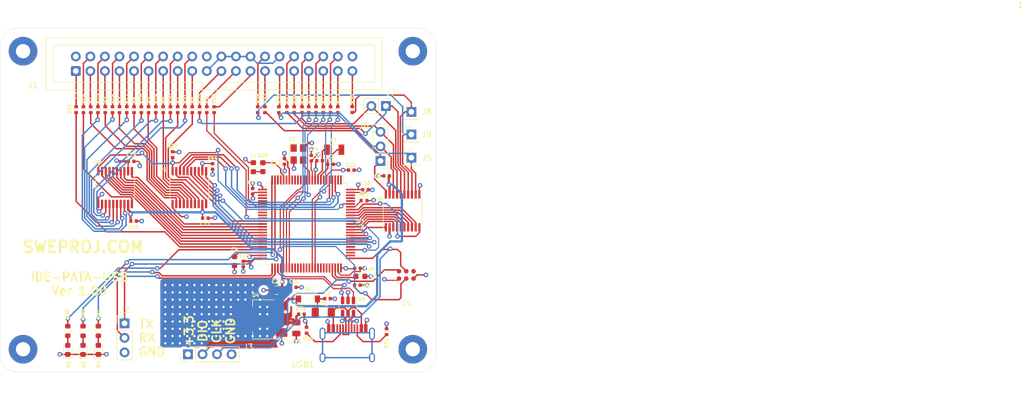
<source format=kicad_pcb>
(kicad_pcb (version 20211014) (generator pcbnew)

  (general
    (thickness 1.6)
  )

  (paper "A4")
  (title_block
    (date "2022-11-21")
  )

  (layers
    (0 "F.Cu" signal)
    (1 "In1.Cu" signal)
    (2 "In2.Cu" signal)
    (31 "B.Cu" signal)
    (32 "B.Adhes" user "B.Adhesive")
    (33 "F.Adhes" user "F.Adhesive")
    (34 "B.Paste" user)
    (35 "F.Paste" user)
    (36 "B.SilkS" user "B.Silkscreen")
    (37 "F.SilkS" user "F.Silkscreen")
    (38 "B.Mask" user)
    (39 "F.Mask" user)
    (40 "Dwgs.User" user "User.Drawings")
    (41 "Cmts.User" user "User.Comments")
    (42 "Eco1.User" user "User.Eco1")
    (43 "Eco2.User" user "User.Eco2")
    (44 "Edge.Cuts" user)
    (45 "Margin" user)
    (46 "B.CrtYd" user "B.Courtyard")
    (47 "F.CrtYd" user "F.Courtyard")
    (48 "B.Fab" user)
    (49 "F.Fab" user)
  )

  (setup
    (stackup
      (layer "F.SilkS" (type "Top Silk Screen"))
      (layer "F.Paste" (type "Top Solder Paste"))
      (layer "F.Mask" (type "Top Solder Mask") (thickness 0.01))
      (layer "F.Cu" (type "copper") (thickness 0.035))
      (layer "dielectric 1" (type "core") (thickness 0.48) (material "FR4") (epsilon_r 4.5) (loss_tangent 0.02))
      (layer "In1.Cu" (type "copper") (thickness 0.035))
      (layer "dielectric 2" (type "prepreg") (thickness 0.48) (material "FR4") (epsilon_r 4.5) (loss_tangent 0.02))
      (layer "In2.Cu" (type "copper") (thickness 0.035))
      (layer "dielectric 3" (type "core") (thickness 0.48) (material "FR4") (epsilon_r 4.5) (loss_tangent 0.02))
      (layer "B.Cu" (type "copper") (thickness 0.035))
      (layer "B.Mask" (type "Bottom Solder Mask") (thickness 0.01))
      (layer "B.Paste" (type "Bottom Solder Paste"))
      (layer "B.SilkS" (type "Bottom Silk Screen"))
      (copper_finish "None")
      (dielectric_constraints no)
    )
    (pad_to_mask_clearance 0)
    (pcbplotparams
      (layerselection 0x00010fc_ffffffff)
      (disableapertmacros false)
      (usegerberextensions true)
      (usegerberattributes false)
      (usegerberadvancedattributes false)
      (creategerberjobfile false)
      (svguseinch false)
      (svgprecision 6)
      (excludeedgelayer true)
      (plotframeref false)
      (viasonmask false)
      (mode 1)
      (useauxorigin false)
      (hpglpennumber 1)
      (hpglpenspeed 20)
      (hpglpendiameter 15.000000)
      (dxfpolygonmode true)
      (dxfimperialunits true)
      (dxfusepcbnewfont true)
      (psnegative false)
      (psa4output false)
      (plotreference true)
      (plotvalue false)
      (plotinvisibletext false)
      (sketchpadsonfab false)
      (subtractmaskfromsilk true)
      (outputformat 1)
      (mirror false)
      (drillshape 0)
      (scaleselection 1)
      (outputdirectory "out/")
    )
  )

  (net 0 "")
  (net 1 "GND")
  (net 2 "Net-(J1-Pad38)")
  (net 3 "Net-(J1-Pad37)")
  (net 4 "Net-(J1-Pad36)")
  (net 5 "Net-(J1-Pad35)")
  (net 6 "Net-(J1-Pad33)")
  (net 7 "Net-(J1-Pad25)")
  (net 8 "Net-(J1-Pad23)")
  (net 9 "Net-(J1-Pad18)")
  (net 10 "Net-(J1-Pad17)")
  (net 11 "Net-(J1-Pad16)")
  (net 12 "Net-(J1-Pad15)")
  (net 13 "Net-(J1-Pad14)")
  (net 14 "Net-(J1-Pad13)")
  (net 15 "Net-(J1-Pad12)")
  (net 16 "Net-(J1-Pad11)")
  (net 17 "Net-(J1-Pad10)")
  (net 18 "Net-(J1-Pad9)")
  (net 19 "Net-(J1-Pad8)")
  (net 20 "Net-(J1-Pad7)")
  (net 21 "Net-(J1-Pad6)")
  (net 22 "Net-(J1-Pad5)")
  (net 23 "Net-(J1-Pad4)")
  (net 24 "Net-(J1-Pad3)")
  (net 25 "Net-(J1-Pad1)")
  (net 26 "/CS0")
  (net 27 "/DD1A")
  (net 28 "/DD3A")
  (net 29 "/OE")
  (net 30 "/DD4A")
  (net 31 "/DD6A")
  (net 32 "+3V3")
  (net 33 "/DD5A")
  (net 34 "/DD2A")
  (net 35 "/DD0A")
  (net 36 "/DIOW")
  (net 37 "/CS1")
  (net 38 "/DA2")
  (net 39 "/DA0")
  (net 40 "/DD14A")
  (net 41 "/DD12A")
  (net 42 "/DD10A")
  (net 43 "/DD8A")
  (net 44 "/DIOR")
  (net 45 "/DD7A")
  (net 46 "/DD9A")
  (net 47 "/DD11A")
  (net 48 "/DD13A")
  (net 49 "/DD15A")
  (net 50 "/RESET")
  (net 51 "/DA1")
  (net 52 "/DD7B")
  (net 53 "/DD6B")
  (net 54 "/DD5B")
  (net 55 "/DD4B")
  (net 56 "/DD3B")
  (net 57 "/DD2B")
  (net 58 "/DD1B")
  (net 59 "/DD0B")
  (net 60 "/DD8B")
  (net 61 "/DD9B")
  (net 62 "/DD10B")
  (net 63 "/DD11B")
  (net 64 "/DD12B")
  (net 65 "/DD13B")
  (net 66 "/DD14B")
  (net 67 "/DD15B")
  (net 68 "+5V")
  (net 69 "/nRST")
  (net 70 "Net-(C4-Pad1)")
  (net 71 "Net-(C5-Pad1)")
  (net 72 "Net-(C6-Pad1)")
  (net 73 "Net-(C7-Pad1)")
  (net 74 "USB_POWER")
  (net 75 "unconnected-(J1-Pad20)")
  (net 76 "/SWDIO")
  (net 77 "/SWCLK")
  (net 78 "unconnected-(J4-Pad6)")
  (net 79 "Net-(L1-Pad2)")
  (net 80 "Net-(R27-Pad1)")
  (net 81 "Net-(R28-Pad2)")
  (net 82 "Net-(R30-Pad2)")
  (net 83 "Net-(R31-Pad2)")
  (net 84 "unconnected-(U3-Pad1)")
  (net 85 "unconnected-(U3-Pad2)")
  (net 86 "unconnected-(U3-Pad7)")
  (net 87 "unconnected-(U3-Pad15)")
  (net 88 "unconnected-(U3-Pad16)")
  (net 89 "unconnected-(U3-Pad17)")
  (net 90 "unconnected-(U3-Pad18)")
  (net 91 "/UART_TX")
  (net 92 "/UART_RX")
  (net 93 "unconnected-(U3-Pad29)")
  (net 94 "unconnected-(U3-Pad30)")
  (net 95 "unconnected-(U3-Pad31)")
  (net 96 "unconnected-(U3-Pad34)")
  (net 97 "unconnected-(U3-Pad35)")
  (net 98 "unconnected-(U3-Pad36)")
  (net 99 "unconnected-(U3-Pad58)")
  (net 100 "unconnected-(U3-Pad59)")
  (net 101 "unconnected-(U3-Pad60)")
  (net 102 "unconnected-(U3-Pad61)")
  (net 103 "unconnected-(U3-Pad62)")
  (net 104 "unconnected-(U3-Pad63)")
  (net 105 "unconnected-(U3-Pad64)")
  (net 106 "unconnected-(U3-Pad67)")
  (net 107 "unconnected-(U3-Pad68)")
  (net 108 "unconnected-(U3-Pad69)")
  (net 109 "/USB-")
  (net 110 "/USB+")
  (net 111 "unconnected-(U3-Pad77)")
  (net 112 "unconnected-(U3-Pad78)")
  (net 113 "unconnected-(U3-Pad80)")
  (net 114 "unconnected-(U3-Pad96)")
  (net 115 "unconnected-(U3-Pad97)")
  (net 116 "unconnected-(U3-Pad98)")
  (net 117 "Net-(U5-Pad4)")
  (net 118 "Net-(F1-Pad2)")
  (net 119 "Net-(U5-Pad6)")
  (net 120 "unconnected-(USB1-Pad13)")
  (net 121 "unconnected-(USB1-Pad9)")
  (net 122 "unconnected-(USB1-Pad3)")
  (net 123 "unconnected-(H1-Pad1)")
  (net 124 "unconnected-(H2-Pad1)")
  (net 125 "unconnected-(H3-Pad1)")
  (net 126 "unconnected-(H4-Pad1)")
  (net 127 "/IORDYB")
  (net 128 "/CSELB")
  (net 129 "/DMACKB")
  (net 130 "/INTRQB")
  (net 131 "/IOCS16B")
  (net 132 "/PDIAGB")
  (net 133 "/ACTB")
  (net 134 "/DMARQB")
  (net 135 "/ACTA")
  (net 136 "/CSELA")
  (net 137 "/IOCS16A")
  (net 138 "/PDIAGA")
  (net 139 "/DMARQA")
  (net 140 "/INTRQA")
  (net 141 "Net-(J1-Pad21)")
  (net 142 "Net-(J1-Pad27)")
  (net 143 "Net-(J1-Pad28)")
  (net 144 "Net-(J1-Pad29)")
  (net 145 "Net-(J1-Pad31)")
  (net 146 "Net-(J1-Pad32)")
  (net 147 "Net-(J1-Pad34)")
  (net 148 "Net-(J1-Pad39)")
  (net 149 "/IORDYA")
  (net 150 "/DMACKA")
  (net 151 "/OE2")
  (net 152 "Net-(D2-Pad2)")
  (net 153 "Net-(D3-Pad2)")
  (net 154 "Net-(D4-Pad2)")
  (net 155 "/LED1")
  (net 156 "/LED2")
  (net 157 "/LED3")
  (net 158 "unconnected-(U3-Pad23)")
  (net 159 "unconnected-(U3-Pad20)")
  (net 160 "unconnected-(U3-Pad22)")
  (net 161 "unconnected-(U3-Pad28)")
  (net 162 "unconnected-(U3-Pad33)")
  (net 163 "unconnected-(U3-Pad70)")
  (net 164 "unconnected-(U3-Pad71)")
  (net 165 "Net-(U3-Pad12)")
  (net 166 "unconnected-(U3-Pad13)")
  (net 167 "unconnected-(X1-Pad1)")

  (footprint "Connector_IDC:IDC-Header_2x20_P2.54mm_Vertical" (layer "F.Cu") (at 68.199 93.4625 90))

  (footprint "Resistor_SMD:R_0402_1005Metric" (layer "F.Cu") (at 70.801457 100.205 -90))

  (footprint "Resistor_SMD:R_0402_1005Metric" (layer "F.Cu") (at 73.341457 100.205 -90))

  (footprint "Resistor_SMD:R_0402_1005Metric" (layer "F.Cu") (at 75.819 100.203 -90))

  (footprint "Resistor_SMD:R_0402_1005Metric" (layer "F.Cu") (at 78.359 100.203 -90))

  (footprint "Resistor_SMD:R_0402_1005Metric" (layer "F.Cu") (at 80.899 100.203 -90))

  (footprint "Resistor_SMD:R_0402_1005Metric" (layer "F.Cu") (at 83.439 100.203 -90))

  (footprint "Resistor_SMD:R_0402_1005Metric" (layer "F.Cu") (at 85.979 100.203 -90))

  (footprint "Resistor_SMD:R_0402_1005Metric" (layer "F.Cu") (at 88.519 100.203 -90))

  (footprint "Resistor_SMD:R_0402_1005Metric" (layer "F.Cu") (at 91.059 100.203 -90))

  (footprint "Resistor_SMD:R_0402_1005Metric" (layer "F.Cu") (at 92.329 100.203 -90))

  (footprint "Resistor_SMD:R_0402_1005Metric" (layer "F.Cu") (at 108.839 100.203 -90))

  (footprint "Resistor_SMD:R_0402_1005Metric" (layer "F.Cu") (at 111.379 100.203 -90))

  (footprint "Resistor_SMD:R_0402_1005Metric" (layer "F.Cu") (at 113.919 100.203 -90))

  (footprint "Resistor_SMD:R_0402_1005Metric" (layer "F.Cu") (at 69.531457 100.205 90))

  (footprint "Resistor_SMD:R_0402_1005Metric" (layer "F.Cu") (at 72.071457 100.205 90))

  (footprint "Resistor_SMD:R_0402_1005Metric" (layer "F.Cu") (at 74.611457 100.205 90))

  (footprint "Resistor_SMD:R_0402_1005Metric" (layer "F.Cu") (at 77.089 100.203 90))

  (footprint "Resistor_SMD:R_0402_1005Metric" (layer "F.Cu") (at 79.629 100.203 90))

  (footprint "Resistor_SMD:R_0402_1005Metric" (layer "F.Cu") (at 82.169 100.203 90))

  (footprint "Resistor_SMD:R_0402_1005Metric" (layer "F.Cu") (at 84.709 100.203 90))

  (footprint "Resistor_SMD:R_0402_1005Metric" (layer "F.Cu") (at 87.249 100.203 90))

  (footprint "Resistor_SMD:R_0402_1005Metric" (layer "F.Cu") (at 110.109 100.203 90))

  (footprint "Resistor_SMD:R_0402_1005Metric" (layer "F.Cu") (at 112.649 100.203 90))

  (footprint "Resistor_SMD:R_0402_1005Metric" (layer "F.Cu") (at 68.261457 100.203 -90))

  (footprint "Package_SO:TSSOP-20_4.4x6.5mm_P0.65mm" (layer "F.Cu") (at 88.011 113.792 -90))

  (footprint "Package_SO:TSSOP-20_4.4x6.5mm_P0.65mm" (layer "F.Cu") (at 75.057 113.792 -90))

  (footprint "Connector_PinHeader_2.54mm:PinHeader_1x01_P2.54mm_Vertical" (layer "F.Cu") (at 126.746 108.585))

  (footprint "Connector_PinHeader_2.54mm:PinHeader_1x01_P2.54mm_Vertical" (layer "F.Cu") (at 126.746 100.584))

  (footprint "Connector_PinHeader_2.54mm:PinHeader_1x01_P2.54mm_Vertical" (layer "F.Cu") (at 126.746 104.521))

  (footprint "Connector_PinHeader_2.54mm:PinHeader_1x03_P2.54mm_Vertical" (layer "F.Cu") (at 121.3612 109.1438 180))

  (footprint "Connector_PinHeader_2.54mm:PinHeader_1x02_P2.54mm_Vertical" (layer "F.Cu") (at 122.306 99.568 -90))

  (footprint "Package_QFP:LQFP-100_14x14mm_P0.5mm" (layer "F.Cu") (at 108.458 120.142 -90))

  (footprint "Capacitor_SMD:C_0402_1005Metric" (layer "F.Cu") (at 109.2708 108.6612 90))

  (footprint "Resistor_SMD:R_0402_1005Metric" (layer "F.Cu") (at 85.09 108.0516 90))

  (footprint "MountingHole:MountingHole_2.5mm_Pad_TopBottom" (layer "F.Cu") (at 127 142))

  (footprint "Capacitor_SMD:C_0402_1005Metric" (layer "F.Cu") (at 78.2828 119.634))

  (footprint "Diode_SMD:D_SOD-123" (layer "F.Cu") (at 108.712 133.223))

  (footprint "Resistor_SMD:R_0402_1005Metric" (layer "F.Cu") (at 106.299 100.203 -90))

  (footprint "Capacitor_SMD:C_0402_1005Metric" (layer "F.Cu") (at 97.409 127.127 -90))

  (footprint "Capacitor_SMD:C_0805_2012Metric" (layer "F.Cu") (at 103.251 131.699 180))

  (footprint "LED_SMD:LED_0603_1608Metric" (layer "F.Cu") (at 72.136 142.113 90))

  (footprint "Resistor_SMD:R_0402_1005Metric" (layer "F.Cu") (at 107.6706 100.203 90))

  (footprint "Resistor_SMD:R_0603_1608Metric" (layer "F.Cu") (at 72.136 138.811 90))

  (footprint "Resistor_SMD:R_0603_1608Metric" (layer "F.Cu") (at 69.469 138.811 90))

  (footprint "Resistor_SMD:R_0402_1005Metric" (layer "F.Cu") (at 105.029 100.203 90))

  (footprint "MountingHole:MountingHole_2.5mm_Pad_TopBottom" (layer "F.Cu") (at 59 90))

  (footprint "Capacitor_SMD:C_0402_1005Metric" (layer "F.Cu") (at 117.348 127.889))

  (footprint "Capacitor_SMD:C_0402_1005Metric" (layer "F.Cu")
    (tedit 5F68FEEE) (tstamp 52896d5a-8238-4927-9c3d-213fe1cb95bd)
    (at 99.06 114.427 90)
    (descr "Capacitor SMD 0402 (1005 Metric), square (rectangular) end terminal, IPC_7351 nominal, (Body size source: IPC-SM-782 page 76, https://www.pcb-3d.com/wordpress/wp-content/uploads/ipc-sm-782a_amendment_1_and_2.pdf), generated with kicad-footprint-generator")
    (tags "capacitor")
    (property "LCSC" "C1525")
    (property "Sheetfile" "ideatausb.kicad_sch")
    (property "Sheetname" "")
    (path "/7a7d20e9-8e97-4193-9d99-39c261138de8")
    (attr smd)
    (fp_text reference "C17" (at 1.524 0 180) (layer "F.SilkS")
      (effects (font (size 0.6 0.
... [1103653 chars truncated]
</source>
